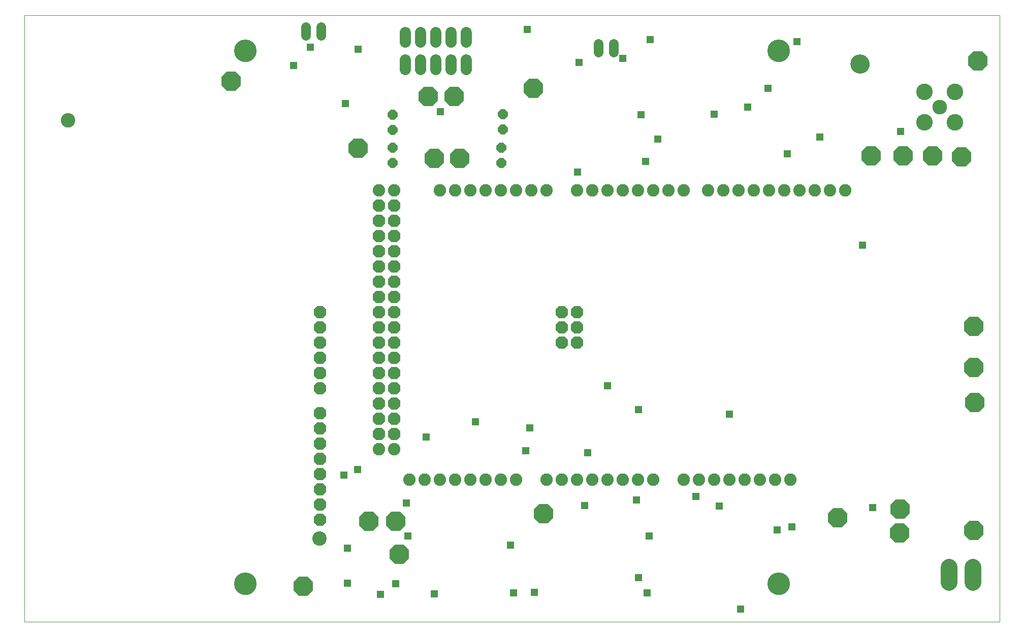
<source format=gbs>
G75*
%MOIN*%
%OFA0B0*%
%FSLAX25Y25*%
%IPPOS*%
%LPD*%
%AMOC8*
5,1,8,0,0,1.08239X$1,22.5*
%
%ADD10C,0.00000*%
%ADD11C,0.14800*%
%ADD12C,0.10839*%
%ADD13OC8,0.12800*%
%ADD14C,0.08200*%
%ADD15OC8,0.08200*%
%ADD16C,0.09461*%
%ADD17C,0.12611*%
%ADD18C,0.09650*%
%ADD19C,0.10850*%
%ADD20OC8,0.06400*%
%ADD21C,0.06400*%
%ADD22C,0.07200*%
%ADD23R,0.04762X0.04762*%
D10*
X0006800Y0006896D02*
X0006800Y0405396D01*
X0646800Y0405396D01*
X0646800Y0006896D01*
X0006800Y0006896D01*
X0144800Y0031896D02*
X0144802Y0032068D01*
X0144808Y0032239D01*
X0144819Y0032411D01*
X0144834Y0032582D01*
X0144853Y0032753D01*
X0144876Y0032923D01*
X0144903Y0033093D01*
X0144935Y0033262D01*
X0144970Y0033430D01*
X0145010Y0033597D01*
X0145054Y0033763D01*
X0145101Y0033928D01*
X0145153Y0034092D01*
X0145209Y0034254D01*
X0145269Y0034415D01*
X0145333Y0034575D01*
X0145401Y0034733D01*
X0145472Y0034889D01*
X0145547Y0035043D01*
X0145627Y0035196D01*
X0145709Y0035346D01*
X0145796Y0035495D01*
X0145886Y0035641D01*
X0145980Y0035785D01*
X0146077Y0035927D01*
X0146178Y0036066D01*
X0146282Y0036203D01*
X0146389Y0036337D01*
X0146500Y0036468D01*
X0146613Y0036597D01*
X0146730Y0036723D01*
X0146850Y0036846D01*
X0146973Y0036966D01*
X0147099Y0037083D01*
X0147228Y0037196D01*
X0147359Y0037307D01*
X0147493Y0037414D01*
X0147630Y0037518D01*
X0147769Y0037619D01*
X0147911Y0037716D01*
X0148055Y0037810D01*
X0148201Y0037900D01*
X0148350Y0037987D01*
X0148500Y0038069D01*
X0148653Y0038149D01*
X0148807Y0038224D01*
X0148963Y0038295D01*
X0149121Y0038363D01*
X0149281Y0038427D01*
X0149442Y0038487D01*
X0149604Y0038543D01*
X0149768Y0038595D01*
X0149933Y0038642D01*
X0150099Y0038686D01*
X0150266Y0038726D01*
X0150434Y0038761D01*
X0150603Y0038793D01*
X0150773Y0038820D01*
X0150943Y0038843D01*
X0151114Y0038862D01*
X0151285Y0038877D01*
X0151457Y0038888D01*
X0151628Y0038894D01*
X0151800Y0038896D01*
X0151972Y0038894D01*
X0152143Y0038888D01*
X0152315Y0038877D01*
X0152486Y0038862D01*
X0152657Y0038843D01*
X0152827Y0038820D01*
X0152997Y0038793D01*
X0153166Y0038761D01*
X0153334Y0038726D01*
X0153501Y0038686D01*
X0153667Y0038642D01*
X0153832Y0038595D01*
X0153996Y0038543D01*
X0154158Y0038487D01*
X0154319Y0038427D01*
X0154479Y0038363D01*
X0154637Y0038295D01*
X0154793Y0038224D01*
X0154947Y0038149D01*
X0155100Y0038069D01*
X0155250Y0037987D01*
X0155399Y0037900D01*
X0155545Y0037810D01*
X0155689Y0037716D01*
X0155831Y0037619D01*
X0155970Y0037518D01*
X0156107Y0037414D01*
X0156241Y0037307D01*
X0156372Y0037196D01*
X0156501Y0037083D01*
X0156627Y0036966D01*
X0156750Y0036846D01*
X0156870Y0036723D01*
X0156987Y0036597D01*
X0157100Y0036468D01*
X0157211Y0036337D01*
X0157318Y0036203D01*
X0157422Y0036066D01*
X0157523Y0035927D01*
X0157620Y0035785D01*
X0157714Y0035641D01*
X0157804Y0035495D01*
X0157891Y0035346D01*
X0157973Y0035196D01*
X0158053Y0035043D01*
X0158128Y0034889D01*
X0158199Y0034733D01*
X0158267Y0034575D01*
X0158331Y0034415D01*
X0158391Y0034254D01*
X0158447Y0034092D01*
X0158499Y0033928D01*
X0158546Y0033763D01*
X0158590Y0033597D01*
X0158630Y0033430D01*
X0158665Y0033262D01*
X0158697Y0033093D01*
X0158724Y0032923D01*
X0158747Y0032753D01*
X0158766Y0032582D01*
X0158781Y0032411D01*
X0158792Y0032239D01*
X0158798Y0032068D01*
X0158800Y0031896D01*
X0158798Y0031724D01*
X0158792Y0031553D01*
X0158781Y0031381D01*
X0158766Y0031210D01*
X0158747Y0031039D01*
X0158724Y0030869D01*
X0158697Y0030699D01*
X0158665Y0030530D01*
X0158630Y0030362D01*
X0158590Y0030195D01*
X0158546Y0030029D01*
X0158499Y0029864D01*
X0158447Y0029700D01*
X0158391Y0029538D01*
X0158331Y0029377D01*
X0158267Y0029217D01*
X0158199Y0029059D01*
X0158128Y0028903D01*
X0158053Y0028749D01*
X0157973Y0028596D01*
X0157891Y0028446D01*
X0157804Y0028297D01*
X0157714Y0028151D01*
X0157620Y0028007D01*
X0157523Y0027865D01*
X0157422Y0027726D01*
X0157318Y0027589D01*
X0157211Y0027455D01*
X0157100Y0027324D01*
X0156987Y0027195D01*
X0156870Y0027069D01*
X0156750Y0026946D01*
X0156627Y0026826D01*
X0156501Y0026709D01*
X0156372Y0026596D01*
X0156241Y0026485D01*
X0156107Y0026378D01*
X0155970Y0026274D01*
X0155831Y0026173D01*
X0155689Y0026076D01*
X0155545Y0025982D01*
X0155399Y0025892D01*
X0155250Y0025805D01*
X0155100Y0025723D01*
X0154947Y0025643D01*
X0154793Y0025568D01*
X0154637Y0025497D01*
X0154479Y0025429D01*
X0154319Y0025365D01*
X0154158Y0025305D01*
X0153996Y0025249D01*
X0153832Y0025197D01*
X0153667Y0025150D01*
X0153501Y0025106D01*
X0153334Y0025066D01*
X0153166Y0025031D01*
X0152997Y0024999D01*
X0152827Y0024972D01*
X0152657Y0024949D01*
X0152486Y0024930D01*
X0152315Y0024915D01*
X0152143Y0024904D01*
X0151972Y0024898D01*
X0151800Y0024896D01*
X0151628Y0024898D01*
X0151457Y0024904D01*
X0151285Y0024915D01*
X0151114Y0024930D01*
X0150943Y0024949D01*
X0150773Y0024972D01*
X0150603Y0024999D01*
X0150434Y0025031D01*
X0150266Y0025066D01*
X0150099Y0025106D01*
X0149933Y0025150D01*
X0149768Y0025197D01*
X0149604Y0025249D01*
X0149442Y0025305D01*
X0149281Y0025365D01*
X0149121Y0025429D01*
X0148963Y0025497D01*
X0148807Y0025568D01*
X0148653Y0025643D01*
X0148500Y0025723D01*
X0148350Y0025805D01*
X0148201Y0025892D01*
X0148055Y0025982D01*
X0147911Y0026076D01*
X0147769Y0026173D01*
X0147630Y0026274D01*
X0147493Y0026378D01*
X0147359Y0026485D01*
X0147228Y0026596D01*
X0147099Y0026709D01*
X0146973Y0026826D01*
X0146850Y0026946D01*
X0146730Y0027069D01*
X0146613Y0027195D01*
X0146500Y0027324D01*
X0146389Y0027455D01*
X0146282Y0027589D01*
X0146178Y0027726D01*
X0146077Y0027865D01*
X0145980Y0028007D01*
X0145886Y0028151D01*
X0145796Y0028297D01*
X0145709Y0028446D01*
X0145627Y0028596D01*
X0145547Y0028749D01*
X0145472Y0028903D01*
X0145401Y0029059D01*
X0145333Y0029217D01*
X0145269Y0029377D01*
X0145209Y0029538D01*
X0145153Y0029700D01*
X0145101Y0029864D01*
X0145054Y0030029D01*
X0145010Y0030195D01*
X0144970Y0030362D01*
X0144935Y0030530D01*
X0144903Y0030699D01*
X0144876Y0030869D01*
X0144853Y0031039D01*
X0144834Y0031210D01*
X0144819Y0031381D01*
X0144808Y0031553D01*
X0144802Y0031724D01*
X0144800Y0031896D01*
X0195989Y0061739D02*
X0195991Y0061870D01*
X0195997Y0062002D01*
X0196007Y0062133D01*
X0196021Y0062264D01*
X0196039Y0062394D01*
X0196061Y0062523D01*
X0196086Y0062652D01*
X0196116Y0062780D01*
X0196150Y0062907D01*
X0196187Y0063034D01*
X0196228Y0063158D01*
X0196273Y0063282D01*
X0196322Y0063404D01*
X0196374Y0063525D01*
X0196430Y0063643D01*
X0196490Y0063761D01*
X0196553Y0063876D01*
X0196620Y0063989D01*
X0196690Y0064101D01*
X0196763Y0064210D01*
X0196839Y0064316D01*
X0196919Y0064421D01*
X0197002Y0064523D01*
X0197088Y0064622D01*
X0197177Y0064719D01*
X0197269Y0064813D01*
X0197364Y0064904D01*
X0197461Y0064993D01*
X0197561Y0065078D01*
X0197664Y0065160D01*
X0197769Y0065239D01*
X0197876Y0065315D01*
X0197986Y0065387D01*
X0198098Y0065456D01*
X0198212Y0065522D01*
X0198327Y0065584D01*
X0198445Y0065643D01*
X0198564Y0065698D01*
X0198685Y0065750D01*
X0198808Y0065797D01*
X0198932Y0065841D01*
X0199057Y0065882D01*
X0199183Y0065918D01*
X0199311Y0065951D01*
X0199439Y0065979D01*
X0199568Y0066004D01*
X0199698Y0066025D01*
X0199828Y0066042D01*
X0199959Y0066055D01*
X0200090Y0066064D01*
X0200221Y0066069D01*
X0200353Y0066070D01*
X0200484Y0066067D01*
X0200616Y0066060D01*
X0200747Y0066049D01*
X0200877Y0066034D01*
X0201007Y0066015D01*
X0201137Y0065992D01*
X0201265Y0065966D01*
X0201393Y0065935D01*
X0201520Y0065900D01*
X0201646Y0065862D01*
X0201770Y0065820D01*
X0201894Y0065774D01*
X0202015Y0065724D01*
X0202135Y0065671D01*
X0202254Y0065614D01*
X0202371Y0065554D01*
X0202485Y0065490D01*
X0202598Y0065422D01*
X0202709Y0065351D01*
X0202818Y0065277D01*
X0202924Y0065200D01*
X0203028Y0065119D01*
X0203129Y0065036D01*
X0203228Y0064949D01*
X0203324Y0064859D01*
X0203417Y0064766D01*
X0203508Y0064671D01*
X0203595Y0064573D01*
X0203680Y0064472D01*
X0203761Y0064369D01*
X0203839Y0064263D01*
X0203914Y0064155D01*
X0203986Y0064045D01*
X0204054Y0063933D01*
X0204119Y0063819D01*
X0204180Y0063702D01*
X0204238Y0063584D01*
X0204292Y0063464D01*
X0204343Y0063343D01*
X0204390Y0063220D01*
X0204433Y0063096D01*
X0204472Y0062971D01*
X0204508Y0062844D01*
X0204539Y0062716D01*
X0204567Y0062588D01*
X0204591Y0062459D01*
X0204611Y0062329D01*
X0204627Y0062198D01*
X0204639Y0062067D01*
X0204647Y0061936D01*
X0204651Y0061805D01*
X0204651Y0061673D01*
X0204647Y0061542D01*
X0204639Y0061411D01*
X0204627Y0061280D01*
X0204611Y0061149D01*
X0204591Y0061019D01*
X0204567Y0060890D01*
X0204539Y0060762D01*
X0204508Y0060634D01*
X0204472Y0060507D01*
X0204433Y0060382D01*
X0204390Y0060258D01*
X0204343Y0060135D01*
X0204292Y0060014D01*
X0204238Y0059894D01*
X0204180Y0059776D01*
X0204119Y0059659D01*
X0204054Y0059545D01*
X0203986Y0059433D01*
X0203914Y0059323D01*
X0203839Y0059215D01*
X0203761Y0059109D01*
X0203680Y0059006D01*
X0203595Y0058905D01*
X0203508Y0058807D01*
X0203417Y0058712D01*
X0203324Y0058619D01*
X0203228Y0058529D01*
X0203129Y0058442D01*
X0203028Y0058359D01*
X0202924Y0058278D01*
X0202818Y0058201D01*
X0202709Y0058127D01*
X0202598Y0058056D01*
X0202486Y0057988D01*
X0202371Y0057924D01*
X0202254Y0057864D01*
X0202135Y0057807D01*
X0202015Y0057754D01*
X0201894Y0057704D01*
X0201770Y0057658D01*
X0201646Y0057616D01*
X0201520Y0057578D01*
X0201393Y0057543D01*
X0201265Y0057512D01*
X0201137Y0057486D01*
X0201007Y0057463D01*
X0200877Y0057444D01*
X0200747Y0057429D01*
X0200616Y0057418D01*
X0200484Y0057411D01*
X0200353Y0057408D01*
X0200221Y0057409D01*
X0200090Y0057414D01*
X0199959Y0057423D01*
X0199828Y0057436D01*
X0199698Y0057453D01*
X0199568Y0057474D01*
X0199439Y0057499D01*
X0199311Y0057527D01*
X0199183Y0057560D01*
X0199057Y0057596D01*
X0198932Y0057637D01*
X0198808Y0057681D01*
X0198685Y0057728D01*
X0198564Y0057780D01*
X0198445Y0057835D01*
X0198327Y0057894D01*
X0198212Y0057956D01*
X0198098Y0058022D01*
X0197986Y0058091D01*
X0197876Y0058163D01*
X0197769Y0058239D01*
X0197664Y0058318D01*
X0197561Y0058400D01*
X0197461Y0058485D01*
X0197364Y0058574D01*
X0197269Y0058665D01*
X0197177Y0058759D01*
X0197088Y0058856D01*
X0197002Y0058955D01*
X0196919Y0059057D01*
X0196839Y0059162D01*
X0196763Y0059268D01*
X0196690Y0059377D01*
X0196620Y0059489D01*
X0196553Y0059602D01*
X0196490Y0059717D01*
X0196430Y0059835D01*
X0196374Y0059953D01*
X0196322Y0060074D01*
X0196273Y0060196D01*
X0196228Y0060320D01*
X0196187Y0060444D01*
X0196150Y0060571D01*
X0196116Y0060698D01*
X0196086Y0060826D01*
X0196061Y0060955D01*
X0196039Y0061084D01*
X0196021Y0061214D01*
X0196007Y0061345D01*
X0195997Y0061476D01*
X0195991Y0061608D01*
X0195989Y0061739D01*
X0494800Y0031896D02*
X0494802Y0032068D01*
X0494808Y0032239D01*
X0494819Y0032411D01*
X0494834Y0032582D01*
X0494853Y0032753D01*
X0494876Y0032923D01*
X0494903Y0033093D01*
X0494935Y0033262D01*
X0494970Y0033430D01*
X0495010Y0033597D01*
X0495054Y0033763D01*
X0495101Y0033928D01*
X0495153Y0034092D01*
X0495209Y0034254D01*
X0495269Y0034415D01*
X0495333Y0034575D01*
X0495401Y0034733D01*
X0495472Y0034889D01*
X0495547Y0035043D01*
X0495627Y0035196D01*
X0495709Y0035346D01*
X0495796Y0035495D01*
X0495886Y0035641D01*
X0495980Y0035785D01*
X0496077Y0035927D01*
X0496178Y0036066D01*
X0496282Y0036203D01*
X0496389Y0036337D01*
X0496500Y0036468D01*
X0496613Y0036597D01*
X0496730Y0036723D01*
X0496850Y0036846D01*
X0496973Y0036966D01*
X0497099Y0037083D01*
X0497228Y0037196D01*
X0497359Y0037307D01*
X0497493Y0037414D01*
X0497630Y0037518D01*
X0497769Y0037619D01*
X0497911Y0037716D01*
X0498055Y0037810D01*
X0498201Y0037900D01*
X0498350Y0037987D01*
X0498500Y0038069D01*
X0498653Y0038149D01*
X0498807Y0038224D01*
X0498963Y0038295D01*
X0499121Y0038363D01*
X0499281Y0038427D01*
X0499442Y0038487D01*
X0499604Y0038543D01*
X0499768Y0038595D01*
X0499933Y0038642D01*
X0500099Y0038686D01*
X0500266Y0038726D01*
X0500434Y0038761D01*
X0500603Y0038793D01*
X0500773Y0038820D01*
X0500943Y0038843D01*
X0501114Y0038862D01*
X0501285Y0038877D01*
X0501457Y0038888D01*
X0501628Y0038894D01*
X0501800Y0038896D01*
X0501972Y0038894D01*
X0502143Y0038888D01*
X0502315Y0038877D01*
X0502486Y0038862D01*
X0502657Y0038843D01*
X0502827Y0038820D01*
X0502997Y0038793D01*
X0503166Y0038761D01*
X0503334Y0038726D01*
X0503501Y0038686D01*
X0503667Y0038642D01*
X0503832Y0038595D01*
X0503996Y0038543D01*
X0504158Y0038487D01*
X0504319Y0038427D01*
X0504479Y0038363D01*
X0504637Y0038295D01*
X0504793Y0038224D01*
X0504947Y0038149D01*
X0505100Y0038069D01*
X0505250Y0037987D01*
X0505399Y0037900D01*
X0505545Y0037810D01*
X0505689Y0037716D01*
X0505831Y0037619D01*
X0505970Y0037518D01*
X0506107Y0037414D01*
X0506241Y0037307D01*
X0506372Y0037196D01*
X0506501Y0037083D01*
X0506627Y0036966D01*
X0506750Y0036846D01*
X0506870Y0036723D01*
X0506987Y0036597D01*
X0507100Y0036468D01*
X0507211Y0036337D01*
X0507318Y0036203D01*
X0507422Y0036066D01*
X0507523Y0035927D01*
X0507620Y0035785D01*
X0507714Y0035641D01*
X0507804Y0035495D01*
X0507891Y0035346D01*
X0507973Y0035196D01*
X0508053Y0035043D01*
X0508128Y0034889D01*
X0508199Y0034733D01*
X0508267Y0034575D01*
X0508331Y0034415D01*
X0508391Y0034254D01*
X0508447Y0034092D01*
X0508499Y0033928D01*
X0508546Y0033763D01*
X0508590Y0033597D01*
X0508630Y0033430D01*
X0508665Y0033262D01*
X0508697Y0033093D01*
X0508724Y0032923D01*
X0508747Y0032753D01*
X0508766Y0032582D01*
X0508781Y0032411D01*
X0508792Y0032239D01*
X0508798Y0032068D01*
X0508800Y0031896D01*
X0508798Y0031724D01*
X0508792Y0031553D01*
X0508781Y0031381D01*
X0508766Y0031210D01*
X0508747Y0031039D01*
X0508724Y0030869D01*
X0508697Y0030699D01*
X0508665Y0030530D01*
X0508630Y0030362D01*
X0508590Y0030195D01*
X0508546Y0030029D01*
X0508499Y0029864D01*
X0508447Y0029700D01*
X0508391Y0029538D01*
X0508331Y0029377D01*
X0508267Y0029217D01*
X0508199Y0029059D01*
X0508128Y0028903D01*
X0508053Y0028749D01*
X0507973Y0028596D01*
X0507891Y0028446D01*
X0507804Y0028297D01*
X0507714Y0028151D01*
X0507620Y0028007D01*
X0507523Y0027865D01*
X0507422Y0027726D01*
X0507318Y0027589D01*
X0507211Y0027455D01*
X0507100Y0027324D01*
X0506987Y0027195D01*
X0506870Y0027069D01*
X0506750Y0026946D01*
X0506627Y0026826D01*
X0506501Y0026709D01*
X0506372Y0026596D01*
X0506241Y0026485D01*
X0506107Y0026378D01*
X0505970Y0026274D01*
X0505831Y0026173D01*
X0505689Y0026076D01*
X0505545Y0025982D01*
X0505399Y0025892D01*
X0505250Y0025805D01*
X0505100Y0025723D01*
X0504947Y0025643D01*
X0504793Y0025568D01*
X0504637Y0025497D01*
X0504479Y0025429D01*
X0504319Y0025365D01*
X0504158Y0025305D01*
X0503996Y0025249D01*
X0503832Y0025197D01*
X0503667Y0025150D01*
X0503501Y0025106D01*
X0503334Y0025066D01*
X0503166Y0025031D01*
X0502997Y0024999D01*
X0502827Y0024972D01*
X0502657Y0024949D01*
X0502486Y0024930D01*
X0502315Y0024915D01*
X0502143Y0024904D01*
X0501972Y0024898D01*
X0501800Y0024896D01*
X0501628Y0024898D01*
X0501457Y0024904D01*
X0501285Y0024915D01*
X0501114Y0024930D01*
X0500943Y0024949D01*
X0500773Y0024972D01*
X0500603Y0024999D01*
X0500434Y0025031D01*
X0500266Y0025066D01*
X0500099Y0025106D01*
X0499933Y0025150D01*
X0499768Y0025197D01*
X0499604Y0025249D01*
X0499442Y0025305D01*
X0499281Y0025365D01*
X0499121Y0025429D01*
X0498963Y0025497D01*
X0498807Y0025568D01*
X0498653Y0025643D01*
X0498500Y0025723D01*
X0498350Y0025805D01*
X0498201Y0025892D01*
X0498055Y0025982D01*
X0497911Y0026076D01*
X0497769Y0026173D01*
X0497630Y0026274D01*
X0497493Y0026378D01*
X0497359Y0026485D01*
X0497228Y0026596D01*
X0497099Y0026709D01*
X0496973Y0026826D01*
X0496850Y0026946D01*
X0496730Y0027069D01*
X0496613Y0027195D01*
X0496500Y0027324D01*
X0496389Y0027455D01*
X0496282Y0027589D01*
X0496178Y0027726D01*
X0496077Y0027865D01*
X0495980Y0028007D01*
X0495886Y0028151D01*
X0495796Y0028297D01*
X0495709Y0028446D01*
X0495627Y0028596D01*
X0495547Y0028749D01*
X0495472Y0028903D01*
X0495401Y0029059D01*
X0495333Y0029217D01*
X0495269Y0029377D01*
X0495209Y0029538D01*
X0495153Y0029700D01*
X0495101Y0029864D01*
X0495054Y0030029D01*
X0495010Y0030195D01*
X0494970Y0030362D01*
X0494935Y0030530D01*
X0494903Y0030699D01*
X0494876Y0030869D01*
X0494853Y0031039D01*
X0494834Y0031210D01*
X0494819Y0031381D01*
X0494808Y0031553D01*
X0494802Y0031724D01*
X0494800Y0031896D01*
X0031028Y0336148D02*
X0031030Y0336279D01*
X0031036Y0336411D01*
X0031046Y0336542D01*
X0031060Y0336673D01*
X0031078Y0336803D01*
X0031100Y0336932D01*
X0031125Y0337061D01*
X0031155Y0337189D01*
X0031189Y0337316D01*
X0031226Y0337443D01*
X0031267Y0337567D01*
X0031312Y0337691D01*
X0031361Y0337813D01*
X0031413Y0337934D01*
X0031469Y0338052D01*
X0031529Y0338170D01*
X0031592Y0338285D01*
X0031659Y0338398D01*
X0031729Y0338510D01*
X0031802Y0338619D01*
X0031878Y0338725D01*
X0031958Y0338830D01*
X0032041Y0338932D01*
X0032127Y0339031D01*
X0032216Y0339128D01*
X0032308Y0339222D01*
X0032403Y0339313D01*
X0032500Y0339402D01*
X0032600Y0339487D01*
X0032703Y0339569D01*
X0032808Y0339648D01*
X0032915Y0339724D01*
X0033025Y0339796D01*
X0033137Y0339865D01*
X0033251Y0339931D01*
X0033366Y0339993D01*
X0033484Y0340052D01*
X0033603Y0340107D01*
X0033724Y0340159D01*
X0033847Y0340206D01*
X0033971Y0340250D01*
X0034096Y0340291D01*
X0034222Y0340327D01*
X0034350Y0340360D01*
X0034478Y0340388D01*
X0034607Y0340413D01*
X0034737Y0340434D01*
X0034867Y0340451D01*
X0034998Y0340464D01*
X0035129Y0340473D01*
X0035260Y0340478D01*
X0035392Y0340479D01*
X0035523Y0340476D01*
X0035655Y0340469D01*
X0035786Y0340458D01*
X0035916Y0340443D01*
X0036046Y0340424D01*
X0036176Y0340401D01*
X0036304Y0340375D01*
X0036432Y0340344D01*
X0036559Y0340309D01*
X0036685Y0340271D01*
X0036809Y0340229D01*
X0036933Y0340183D01*
X0037054Y0340133D01*
X0037174Y0340080D01*
X0037293Y0340023D01*
X0037410Y0339963D01*
X0037524Y0339899D01*
X0037637Y0339831D01*
X0037748Y0339760D01*
X0037857Y0339686D01*
X0037963Y0339609D01*
X0038067Y0339528D01*
X0038168Y0339445D01*
X0038267Y0339358D01*
X0038363Y0339268D01*
X0038456Y0339175D01*
X0038547Y0339080D01*
X0038634Y0338982D01*
X0038719Y0338881D01*
X0038800Y0338778D01*
X0038878Y0338672D01*
X0038953Y0338564D01*
X0039025Y0338454D01*
X0039093Y0338342D01*
X0039158Y0338228D01*
X0039219Y0338111D01*
X0039277Y0337993D01*
X0039331Y0337873D01*
X0039382Y0337752D01*
X0039429Y0337629D01*
X0039472Y0337505D01*
X0039511Y0337380D01*
X0039547Y0337253D01*
X0039578Y0337125D01*
X0039606Y0336997D01*
X0039630Y0336868D01*
X0039650Y0336738D01*
X0039666Y0336607D01*
X0039678Y0336476D01*
X0039686Y0336345D01*
X0039690Y0336214D01*
X0039690Y0336082D01*
X0039686Y0335951D01*
X0039678Y0335820D01*
X0039666Y0335689D01*
X0039650Y0335558D01*
X0039630Y0335428D01*
X0039606Y0335299D01*
X0039578Y0335171D01*
X0039547Y0335043D01*
X0039511Y0334916D01*
X0039472Y0334791D01*
X0039429Y0334667D01*
X0039382Y0334544D01*
X0039331Y0334423D01*
X0039277Y0334303D01*
X0039219Y0334185D01*
X0039158Y0334068D01*
X0039093Y0333954D01*
X0039025Y0333842D01*
X0038953Y0333732D01*
X0038878Y0333624D01*
X0038800Y0333518D01*
X0038719Y0333415D01*
X0038634Y0333314D01*
X0038547Y0333216D01*
X0038456Y0333121D01*
X0038363Y0333028D01*
X0038267Y0332938D01*
X0038168Y0332851D01*
X0038067Y0332768D01*
X0037963Y0332687D01*
X0037857Y0332610D01*
X0037748Y0332536D01*
X0037637Y0332465D01*
X0037525Y0332397D01*
X0037410Y0332333D01*
X0037293Y0332273D01*
X0037174Y0332216D01*
X0037054Y0332163D01*
X0036933Y0332113D01*
X0036809Y0332067D01*
X0036685Y0332025D01*
X0036559Y0331987D01*
X0036432Y0331952D01*
X0036304Y0331921D01*
X0036176Y0331895D01*
X0036046Y0331872D01*
X0035916Y0331853D01*
X0035786Y0331838D01*
X0035655Y0331827D01*
X0035523Y0331820D01*
X0035392Y0331817D01*
X0035260Y0331818D01*
X0035129Y0331823D01*
X0034998Y0331832D01*
X0034867Y0331845D01*
X0034737Y0331862D01*
X0034607Y0331883D01*
X0034478Y0331908D01*
X0034350Y0331936D01*
X0034222Y0331969D01*
X0034096Y0332005D01*
X0033971Y0332046D01*
X0033847Y0332090D01*
X0033724Y0332137D01*
X0033603Y0332189D01*
X0033484Y0332244D01*
X0033366Y0332303D01*
X0033251Y0332365D01*
X0033137Y0332431D01*
X0033025Y0332500D01*
X0032915Y0332572D01*
X0032808Y0332648D01*
X0032703Y0332727D01*
X0032600Y0332809D01*
X0032500Y0332894D01*
X0032403Y0332983D01*
X0032308Y0333074D01*
X0032216Y0333168D01*
X0032127Y0333265D01*
X0032041Y0333364D01*
X0031958Y0333466D01*
X0031878Y0333571D01*
X0031802Y0333677D01*
X0031729Y0333786D01*
X0031659Y0333898D01*
X0031592Y0334011D01*
X0031529Y0334126D01*
X0031469Y0334244D01*
X0031413Y0334362D01*
X0031361Y0334483D01*
X0031312Y0334605D01*
X0031267Y0334729D01*
X0031226Y0334853D01*
X0031189Y0334980D01*
X0031155Y0335107D01*
X0031125Y0335235D01*
X0031100Y0335364D01*
X0031078Y0335493D01*
X0031060Y0335623D01*
X0031046Y0335754D01*
X0031036Y0335885D01*
X0031030Y0336017D01*
X0031028Y0336148D01*
X0144800Y0381896D02*
X0144802Y0382068D01*
X0144808Y0382239D01*
X0144819Y0382411D01*
X0144834Y0382582D01*
X0144853Y0382753D01*
X0144876Y0382923D01*
X0144903Y0383093D01*
X0144935Y0383262D01*
X0144970Y0383430D01*
X0145010Y0383597D01*
X0145054Y0383763D01*
X0145101Y0383928D01*
X0145153Y0384092D01*
X0145209Y0384254D01*
X0145269Y0384415D01*
X0145333Y0384575D01*
X0145401Y0384733D01*
X0145472Y0384889D01*
X0145547Y0385043D01*
X0145627Y0385196D01*
X0145709Y0385346D01*
X0145796Y0385495D01*
X0145886Y0385641D01*
X0145980Y0385785D01*
X0146077Y0385927D01*
X0146178Y0386066D01*
X0146282Y0386203D01*
X0146389Y0386337D01*
X0146500Y0386468D01*
X0146613Y0386597D01*
X0146730Y0386723D01*
X0146850Y0386846D01*
X0146973Y0386966D01*
X0147099Y0387083D01*
X0147228Y0387196D01*
X0147359Y0387307D01*
X0147493Y0387414D01*
X0147630Y0387518D01*
X0147769Y0387619D01*
X0147911Y0387716D01*
X0148055Y0387810D01*
X0148201Y0387900D01*
X0148350Y0387987D01*
X0148500Y0388069D01*
X0148653Y0388149D01*
X0148807Y0388224D01*
X0148963Y0388295D01*
X0149121Y0388363D01*
X0149281Y0388427D01*
X0149442Y0388487D01*
X0149604Y0388543D01*
X0149768Y0388595D01*
X0149933Y0388642D01*
X0150099Y0388686D01*
X0150266Y0388726D01*
X0150434Y0388761D01*
X0150603Y0388793D01*
X0150773Y0388820D01*
X0150943Y0388843D01*
X0151114Y0388862D01*
X0151285Y0388877D01*
X0151457Y0388888D01*
X0151628Y0388894D01*
X0151800Y0388896D01*
X0151972Y0388894D01*
X0152143Y0388888D01*
X0152315Y0388877D01*
X0152486Y0388862D01*
X0152657Y0388843D01*
X0152827Y0388820D01*
X0152997Y0388793D01*
X0153166Y0388761D01*
X0153334Y0388726D01*
X0153501Y0388686D01*
X0153667Y0388642D01*
X0153832Y0388595D01*
X0153996Y0388543D01*
X0154158Y0388487D01*
X0154319Y0388427D01*
X0154479Y0388363D01*
X0154637Y0388295D01*
X0154793Y0388224D01*
X0154947Y0388149D01*
X0155100Y0388069D01*
X0155250Y0387987D01*
X0155399Y0387900D01*
X0155545Y0387810D01*
X0155689Y0387716D01*
X0155831Y0387619D01*
X0155970Y0387518D01*
X0156107Y0387414D01*
X0156241Y0387307D01*
X0156372Y0387196D01*
X0156501Y0387083D01*
X0156627Y0386966D01*
X0156750Y0386846D01*
X0156870Y0386723D01*
X0156987Y0386597D01*
X0157100Y0386468D01*
X0157211Y0386337D01*
X0157318Y0386203D01*
X0157422Y0386066D01*
X0157523Y0385927D01*
X0157620Y0385785D01*
X0157714Y0385641D01*
X0157804Y0385495D01*
X0157891Y0385346D01*
X0157973Y0385196D01*
X0158053Y0385043D01*
X0158128Y0384889D01*
X0158199Y0384733D01*
X0158267Y0384575D01*
X0158331Y0384415D01*
X0158391Y0384254D01*
X0158447Y0384092D01*
X0158499Y0383928D01*
X0158546Y0383763D01*
X0158590Y0383597D01*
X0158630Y0383430D01*
X0158665Y0383262D01*
X0158697Y0383093D01*
X0158724Y0382923D01*
X0158747Y0382753D01*
X0158766Y0382582D01*
X0158781Y0382411D01*
X0158792Y0382239D01*
X0158798Y0382068D01*
X0158800Y0381896D01*
X0158798Y0381724D01*
X0158792Y0381553D01*
X0158781Y0381381D01*
X0158766Y0381210D01*
X0158747Y0381039D01*
X0158724Y0380869D01*
X0158697Y0380699D01*
X0158665Y0380530D01*
X0158630Y0380362D01*
X0158590Y0380195D01*
X0158546Y0380029D01*
X0158499Y0379864D01*
X0158447Y0379700D01*
X0158391Y0379538D01*
X0158331Y0379377D01*
X0158267Y0379217D01*
X0158199Y0379059D01*
X0158128Y0378903D01*
X0158053Y0378749D01*
X0157973Y0378596D01*
X0157891Y0378446D01*
X0157804Y0378297D01*
X0157714Y0378151D01*
X0157620Y0378007D01*
X0157523Y0377865D01*
X0157422Y0377726D01*
X0157318Y0377589D01*
X0157211Y0377455D01*
X0157100Y0377324D01*
X0156987Y0377195D01*
X0156870Y0377069D01*
X0156750Y0376946D01*
X0156627Y0376826D01*
X0156501Y0376709D01*
X0156372Y0376596D01*
X0156241Y0376485D01*
X0156107Y0376378D01*
X0155970Y0376274D01*
X0155831Y0376173D01*
X0155689Y0376076D01*
X0155545Y0375982D01*
X0155399Y0375892D01*
X0155250Y0375805D01*
X0155100Y0375723D01*
X0154947Y0375643D01*
X0154793Y0375568D01*
X0154637Y0375497D01*
X0154479Y0375429D01*
X0154319Y0375365D01*
X0154158Y0375305D01*
X0153996Y0375249D01*
X0153832Y0375197D01*
X0153667Y0375150D01*
X0153501Y0375106D01*
X0153334Y0375066D01*
X0153166Y0375031D01*
X0152997Y0374999D01*
X0152827Y0374972D01*
X0152657Y0374949D01*
X0152486Y0374930D01*
X0152315Y0374915D01*
X0152143Y0374904D01*
X0151972Y0374898D01*
X0151800Y0374896D01*
X0151628Y0374898D01*
X0151457Y0374904D01*
X0151285Y0374915D01*
X0151114Y0374930D01*
X0150943Y0374949D01*
X0150773Y0374972D01*
X0150603Y0374999D01*
X0150434Y0375031D01*
X0150266Y0375066D01*
X0150099Y0375106D01*
X0149933Y0375150D01*
X0149768Y0375197D01*
X0149604Y0375249D01*
X0149442Y0375305D01*
X0149281Y0375365D01*
X0149121Y0375429D01*
X0148963Y0375497D01*
X0148807Y0375568D01*
X0148653Y0375643D01*
X0148500Y0375723D01*
X0148350Y0375805D01*
X0148201Y0375892D01*
X0148055Y0375982D01*
X0147911Y0376076D01*
X0147769Y0376173D01*
X0147630Y0376274D01*
X0147493Y0376378D01*
X0147359Y0376485D01*
X0147228Y0376596D01*
X0147099Y0376709D01*
X0146973Y0376826D01*
X0146850Y0376946D01*
X0146730Y0377069D01*
X0146613Y0377195D01*
X0146500Y0377324D01*
X0146389Y0377455D01*
X0146282Y0377589D01*
X0146178Y0377726D01*
X0146077Y0377865D01*
X0145980Y0378007D01*
X0145886Y0378151D01*
X0145796Y0378297D01*
X0145709Y0378446D01*
X0145627Y0378596D01*
X0145547Y0378749D01*
X0145472Y0378903D01*
X0145401Y0379059D01*
X0145333Y0379217D01*
X0145269Y0379377D01*
X0145209Y0379538D01*
X0145153Y0379700D01*
X0145101Y0379864D01*
X0145054Y0380029D01*
X0145010Y0380195D01*
X0144970Y0380362D01*
X0144935Y0380530D01*
X0144903Y0380699D01*
X0144876Y0380869D01*
X0144853Y0381039D01*
X0144834Y0381210D01*
X0144819Y0381381D01*
X0144808Y0381553D01*
X0144802Y0381724D01*
X0144800Y0381896D01*
X0494800Y0381896D02*
X0494802Y0382068D01*
X0494808Y0382239D01*
X0494819Y0382411D01*
X0494834Y0382582D01*
X0494853Y0382753D01*
X0494876Y0382923D01*
X0494903Y0383093D01*
X0494935Y0383262D01*
X0494970Y0383430D01*
X0495010Y0383597D01*
X0495054Y0383763D01*
X0495101Y0383928D01*
X0495153Y0384092D01*
X0495209Y0384254D01*
X0495269Y0384415D01*
X0495333Y0384575D01*
X0495401Y0384733D01*
X0495472Y0384889D01*
X0495547Y0385043D01*
X0495627Y0385196D01*
X0495709Y0385346D01*
X0495796Y0385495D01*
X0495886Y0385641D01*
X0495980Y0385785D01*
X0496077Y0385927D01*
X0496178Y0386066D01*
X0496282Y0386203D01*
X0496389Y0386337D01*
X0496500Y0386468D01*
X0496613Y0386597D01*
X0496730Y0386723D01*
X0496850Y0386846D01*
X0496973Y0386966D01*
X0497099Y0387083D01*
X0497228Y0387196D01*
X0497359Y0387307D01*
X0497493Y0387414D01*
X0497630Y0387518D01*
X0497769Y0387619D01*
X0497911Y0387716D01*
X0498055Y0387810D01*
X0498201Y0387900D01*
X0498350Y0387987D01*
X0498500Y0388069D01*
X0498653Y0388149D01*
X0498807Y0388224D01*
X0498963Y0388295D01*
X0499121Y0388363D01*
X0499281Y0388427D01*
X0499442Y0388487D01*
X0499604Y0388543D01*
X0499768Y0388595D01*
X0499933Y0388642D01*
X0500099Y0388686D01*
X0500266Y0388726D01*
X0500434Y0388761D01*
X0500603Y0388793D01*
X0500773Y0388820D01*
X0500943Y0388843D01*
X0501114Y0388862D01*
X0501285Y0388877D01*
X0501457Y0388888D01*
X0501628Y0388894D01*
X0501800Y0388896D01*
X0501972Y0388894D01*
X0502143Y0388888D01*
X0502315Y0388877D01*
X0502486Y0388862D01*
X0502657Y0388843D01*
X0502827Y0388820D01*
X0502997Y0388793D01*
X0503166Y0388761D01*
X0503334Y0388726D01*
X0503501Y0388686D01*
X0503667Y0388642D01*
X0503832Y0388595D01*
X0503996Y0388543D01*
X0504158Y0388487D01*
X0504319Y0388427D01*
X0504479Y0388363D01*
X0504637Y0388295D01*
X0504793Y0388224D01*
X0504947Y0388149D01*
X0505100Y0388069D01*
X0505250Y0387987D01*
X0505399Y0387900D01*
X0505545Y0387810D01*
X0505689Y0387716D01*
X0505831Y0387619D01*
X0505970Y0387518D01*
X0506107Y0387414D01*
X0506241Y0387307D01*
X0506372Y0387196D01*
X0506501Y0387083D01*
X0506627Y0386966D01*
X0506750Y0386846D01*
X0506870Y0386723D01*
X0506987Y0386597D01*
X0507100Y0386468D01*
X0507211Y0386337D01*
X0507318Y0386203D01*
X0507422Y0386066D01*
X0507523Y0385927D01*
X0507620Y0385785D01*
X0507714Y0385641D01*
X0507804Y0385495D01*
X0507891Y0385346D01*
X0507973Y0385196D01*
X0508053Y0385043D01*
X0508128Y0384889D01*
X0508199Y0384733D01*
X0508267Y0384575D01*
X0508331Y0384415D01*
X0508391Y0384254D01*
X0508447Y0384092D01*
X0508499Y0383928D01*
X0508546Y0383763D01*
X0508590Y0383597D01*
X0508630Y0383430D01*
X0508665Y0383262D01*
X0508697Y0383093D01*
X0508724Y0382923D01*
X0508747Y0382753D01*
X0508766Y0382582D01*
X0508781Y0382411D01*
X0508792Y0382239D01*
X0508798Y0382068D01*
X0508800Y0381896D01*
X0508798Y0381724D01*
X0508792Y0381553D01*
X0508781Y0381381D01*
X0508766Y0381210D01*
X0508747Y0381039D01*
X0508724Y0380869D01*
X0508697Y0380699D01*
X0508665Y0380530D01*
X0508630Y0380362D01*
X0508590Y0380195D01*
X0508546Y0380029D01*
X0508499Y0379864D01*
X0508447Y0379700D01*
X0508391Y0379538D01*
X0508331Y0379377D01*
X0508267Y0379217D01*
X0508199Y0379059D01*
X0508128Y0378903D01*
X0508053Y0378749D01*
X0507973Y0378596D01*
X0507891Y0378446D01*
X0507804Y0378297D01*
X0507714Y0378151D01*
X0507620Y0378007D01*
X0507523Y0377865D01*
X0507422Y0377726D01*
X0507318Y0377589D01*
X0507211Y0377455D01*
X0507100Y0377324D01*
X0506987Y0377195D01*
X0506870Y0377069D01*
X0506750Y0376946D01*
X0506627Y0376826D01*
X0506501Y0376709D01*
X0506372Y0376596D01*
X0506241Y0376485D01*
X0506107Y0376378D01*
X0505970Y0376274D01*
X0505831Y0376173D01*
X0505689Y0376076D01*
X0505545Y0375982D01*
X0505399Y0375892D01*
X0505250Y0375805D01*
X0505100Y0375723D01*
X0504947Y0375643D01*
X0504793Y0375568D01*
X0504637Y0375497D01*
X0504479Y0375429D01*
X0504319Y0375365D01*
X0504158Y0375305D01*
X0503996Y0375249D01*
X0503832Y0375197D01*
X0503667Y0375150D01*
X0503501Y0375106D01*
X0503334Y0375066D01*
X0503166Y0375031D01*
X0502997Y0374999D01*
X0502827Y0374972D01*
X0502657Y0374949D01*
X0502486Y0374930D01*
X0502315Y0374915D01*
X0502143Y0374904D01*
X0501972Y0374898D01*
X0501800Y0374896D01*
X0501628Y0374898D01*
X0501457Y0374904D01*
X0501285Y0374915D01*
X0501114Y0374930D01*
X0500943Y0374949D01*
X0500773Y0374972D01*
X0500603Y0374999D01*
X0500434Y0375031D01*
X0500266Y0375066D01*
X0500099Y0375106D01*
X0499933Y0375150D01*
X0499768Y0375197D01*
X0499604Y0375249D01*
X0499442Y0375305D01*
X0499281Y0375365D01*
X0499121Y0375429D01*
X0498963Y0375497D01*
X0498807Y0375568D01*
X0498653Y0375643D01*
X0498500Y0375723D01*
X0498350Y0375805D01*
X0498201Y0375892D01*
X0498055Y0375982D01*
X0497911Y0376076D01*
X0497769Y0376173D01*
X0497630Y0376274D01*
X0497493Y0376378D01*
X0497359Y0376485D01*
X0497228Y0376596D01*
X0497099Y0376709D01*
X0496973Y0376826D01*
X0496850Y0376946D01*
X0496730Y0377069D01*
X0496613Y0377195D01*
X0496500Y0377324D01*
X0496389Y0377455D01*
X0496282Y0377589D01*
X0496178Y0377726D01*
X0496077Y0377865D01*
X0495980Y0378007D01*
X0495886Y0378151D01*
X0495796Y0378297D01*
X0495709Y0378446D01*
X0495627Y0378596D01*
X0495547Y0378749D01*
X0495472Y0378903D01*
X0495401Y0379059D01*
X0495333Y0379217D01*
X0495269Y0379377D01*
X0495209Y0379538D01*
X0495153Y0379700D01*
X0495101Y0379864D01*
X0495054Y0380029D01*
X0495010Y0380195D01*
X0494970Y0380362D01*
X0494935Y0380530D01*
X0494903Y0380699D01*
X0494876Y0380869D01*
X0494853Y0381039D01*
X0494834Y0381210D01*
X0494819Y0381381D01*
X0494808Y0381553D01*
X0494802Y0381724D01*
X0494800Y0381896D01*
X0549363Y0373243D02*
X0549365Y0373396D01*
X0549371Y0373550D01*
X0549381Y0373703D01*
X0549395Y0373855D01*
X0549413Y0374008D01*
X0549435Y0374159D01*
X0549460Y0374310D01*
X0549490Y0374461D01*
X0549524Y0374611D01*
X0549561Y0374759D01*
X0549602Y0374907D01*
X0549647Y0375053D01*
X0549696Y0375199D01*
X0549749Y0375343D01*
X0549805Y0375485D01*
X0549865Y0375626D01*
X0549929Y0375766D01*
X0549996Y0375904D01*
X0550067Y0376040D01*
X0550142Y0376174D01*
X0550219Y0376306D01*
X0550301Y0376436D01*
X0550385Y0376564D01*
X0550473Y0376690D01*
X0550564Y0376813D01*
X0550658Y0376934D01*
X0550756Y0377052D01*
X0550856Y0377168D01*
X0550960Y0377281D01*
X0551066Y0377392D01*
X0551175Y0377500D01*
X0551287Y0377605D01*
X0551401Y0377706D01*
X0551519Y0377805D01*
X0551638Y0377901D01*
X0551760Y0377994D01*
X0551885Y0378083D01*
X0552012Y0378170D01*
X0552141Y0378252D01*
X0552272Y0378332D01*
X0552405Y0378408D01*
X0552540Y0378481D01*
X0552677Y0378550D01*
X0552816Y0378615D01*
X0552956Y0378677D01*
X0553098Y0378735D01*
X0553241Y0378790D01*
X0553386Y0378841D01*
X0553532Y0378888D01*
X0553679Y0378931D01*
X0553827Y0378970D01*
X0553976Y0379006D01*
X0554126Y0379037D01*
X0554277Y0379065D01*
X0554428Y0379089D01*
X0554581Y0379109D01*
X0554733Y0379125D01*
X0554886Y0379137D01*
X0555039Y0379145D01*
X0555192Y0379149D01*
X0555346Y0379149D01*
X0555499Y0379145D01*
X0555652Y0379137D01*
X0555805Y0379125D01*
X0555957Y0379109D01*
X0556110Y0379089D01*
X0556261Y0379065D01*
X0556412Y0379037D01*
X0556562Y0379006D01*
X0556711Y0378970D01*
X0556859Y0378931D01*
X0557006Y0378888D01*
X0557152Y0378841D01*
X0557297Y0378790D01*
X0557440Y0378735D01*
X0557582Y0378677D01*
X0557722Y0378615D01*
X0557861Y0378550D01*
X0557998Y0378481D01*
X0558133Y0378408D01*
X0558266Y0378332D01*
X0558397Y0378252D01*
X0558526Y0378170D01*
X0558653Y0378083D01*
X0558778Y0377994D01*
X0558900Y0377901D01*
X0559019Y0377805D01*
X0559137Y0377706D01*
X0559251Y0377605D01*
X0559363Y0377500D01*
X0559472Y0377392D01*
X0559578Y0377281D01*
X0559682Y0377168D01*
X0559782Y0377052D01*
X0559880Y0376934D01*
X0559974Y0376813D01*
X0560065Y0376690D01*
X0560153Y0376564D01*
X0560237Y0376436D01*
X0560319Y0376306D01*
X0560396Y0376174D01*
X0560471Y0376040D01*
X0560542Y0375904D01*
X0560609Y0375766D01*
X0560673Y0375626D01*
X0560733Y0375485D01*
X0560789Y0375343D01*
X0560842Y0375199D01*
X0560891Y0375053D01*
X0560936Y0374907D01*
X0560977Y0374759D01*
X0561014Y0374611D01*
X0561048Y0374461D01*
X0561078Y0374310D01*
X0561103Y0374159D01*
X0561125Y0374008D01*
X0561143Y0373855D01*
X0561157Y0373703D01*
X0561167Y0373550D01*
X0561173Y0373396D01*
X0561175Y0373243D01*
X0561173Y0373090D01*
X0561167Y0372936D01*
X0561157Y0372783D01*
X0561143Y0372631D01*
X0561125Y0372478D01*
X0561103Y0372327D01*
X0561078Y0372176D01*
X0561048Y0372025D01*
X0561014Y0371875D01*
X0560977Y0371727D01*
X0560936Y0371579D01*
X0560891Y0371433D01*
X0560842Y0371287D01*
X0560789Y0371143D01*
X0560733Y0371001D01*
X0560673Y0370860D01*
X0560609Y0370720D01*
X0560542Y0370582D01*
X0560471Y0370446D01*
X0560396Y0370312D01*
X0560319Y0370180D01*
X0560237Y0370050D01*
X0560153Y0369922D01*
X0560065Y0369796D01*
X0559974Y0369673D01*
X0559880Y0369552D01*
X0559782Y0369434D01*
X0559682Y0369318D01*
X0559578Y0369205D01*
X0559472Y0369094D01*
X0559363Y0368986D01*
X0559251Y0368881D01*
X0559137Y0368780D01*
X0559019Y0368681D01*
X0558900Y0368585D01*
X0558778Y0368492D01*
X0558653Y0368403D01*
X0558526Y0368316D01*
X0558397Y0368234D01*
X0558266Y0368154D01*
X0558133Y0368078D01*
X0557998Y0368005D01*
X0557861Y0367936D01*
X0557722Y0367871D01*
X0557582Y0367809D01*
X0557440Y0367751D01*
X0557297Y0367696D01*
X0557152Y0367645D01*
X0557006Y0367598D01*
X0556859Y0367555D01*
X0556711Y0367516D01*
X0556562Y0367480D01*
X0556412Y0367449D01*
X0556261Y0367421D01*
X0556110Y0367397D01*
X0555957Y0367377D01*
X0555805Y0367361D01*
X0555652Y0367349D01*
X0555499Y0367341D01*
X0555346Y0367337D01*
X0555192Y0367337D01*
X0555039Y0367341D01*
X0554886Y0367349D01*
X0554733Y0367361D01*
X0554581Y0367377D01*
X0554428Y0367397D01*
X0554277Y0367421D01*
X0554126Y0367449D01*
X0553976Y0367480D01*
X0553827Y0367516D01*
X0553679Y0367555D01*
X0553532Y0367598D01*
X0553386Y0367645D01*
X0553241Y0367696D01*
X0553098Y0367751D01*
X0552956Y0367809D01*
X0552816Y0367871D01*
X0552677Y0367936D01*
X0552540Y0368005D01*
X0552405Y0368078D01*
X0552272Y0368154D01*
X0552141Y0368234D01*
X0552012Y0368316D01*
X0551885Y0368403D01*
X0551760Y0368492D01*
X0551638Y0368585D01*
X0551519Y0368681D01*
X0551401Y0368780D01*
X0551287Y0368881D01*
X0551175Y0368986D01*
X0551066Y0369094D01*
X0550960Y0369205D01*
X0550856Y0369318D01*
X0550756Y0369434D01*
X0550658Y0369552D01*
X0550564Y0369673D01*
X0550473Y0369796D01*
X0550385Y0369922D01*
X0550301Y0370050D01*
X0550219Y0370180D01*
X0550142Y0370312D01*
X0550067Y0370446D01*
X0549996Y0370582D01*
X0549929Y0370720D01*
X0549865Y0370860D01*
X0549805Y0371001D01*
X0549749Y0371143D01*
X0549696Y0371287D01*
X0549647Y0371433D01*
X0549602Y0371579D01*
X0549561Y0371727D01*
X0549524Y0371875D01*
X0549490Y0372025D01*
X0549460Y0372176D01*
X0549435Y0372327D01*
X0549413Y0372478D01*
X0549395Y0372631D01*
X0549381Y0372783D01*
X0549371Y0372936D01*
X0549365Y0373090D01*
X0549363Y0373243D01*
D11*
X0501800Y0381896D03*
X0151800Y0381896D03*
X0151800Y0031896D03*
X0501800Y0031896D03*
D12*
X0613505Y0032876D02*
X0613505Y0042916D01*
X0629095Y0042916D02*
X0629095Y0032876D01*
D13*
X0581050Y0065146D03*
X0581300Y0080896D03*
X0540550Y0075396D03*
X0629800Y0066896D03*
X0630300Y0150896D03*
X0629800Y0173896D03*
X0629800Y0200896D03*
X0621800Y0312396D03*
X0602800Y0312896D03*
X0583300Y0312896D03*
X0562300Y0312896D03*
X0632300Y0375396D03*
X0340800Y0357396D03*
X0288800Y0351896D03*
X0271800Y0351896D03*
X0225800Y0317896D03*
X0275800Y0311396D03*
X0292300Y0311396D03*
X0142300Y0361896D03*
X0347550Y0077896D03*
X0250300Y0072896D03*
X0232800Y0072896D03*
X0252800Y0051396D03*
X0189800Y0030396D03*
D14*
X0259300Y0100396D03*
X0269300Y0100396D03*
X0279300Y0100396D03*
X0289300Y0100396D03*
X0299300Y0100396D03*
X0309300Y0100396D03*
X0319300Y0100396D03*
X0329300Y0100396D03*
X0349300Y0100396D03*
X0359300Y0100396D03*
X0369300Y0100396D03*
X0379300Y0100396D03*
X0389300Y0100396D03*
X0399300Y0100396D03*
X0409300Y0100396D03*
X0419300Y0100396D03*
X0439300Y0100396D03*
X0449300Y0100396D03*
X0459300Y0100396D03*
X0469300Y0100396D03*
X0479300Y0100396D03*
X0489300Y0100396D03*
X0499300Y0100396D03*
X0509300Y0100396D03*
X0249300Y0120396D03*
X0239300Y0120396D03*
X0239300Y0290396D03*
X0249300Y0290396D03*
X0279300Y0290396D03*
X0289300Y0290396D03*
X0299300Y0290396D03*
X0309300Y0290396D03*
X0319300Y0290396D03*
X0329300Y0290396D03*
X0339300Y0290396D03*
X0349300Y0290396D03*
X0369300Y0290396D03*
X0379300Y0290396D03*
X0389300Y0290396D03*
X0399300Y0290396D03*
X0409300Y0290396D03*
X0419300Y0290396D03*
X0429300Y0290396D03*
X0439300Y0290396D03*
X0455300Y0290396D03*
X0465300Y0290396D03*
X0475300Y0290396D03*
X0485300Y0290396D03*
X0495300Y0290396D03*
X0505300Y0290396D03*
X0515300Y0290396D03*
X0525300Y0290396D03*
X0535300Y0290396D03*
X0545300Y0290396D03*
D15*
X0369300Y0210396D03*
X0369300Y0200396D03*
X0369300Y0190396D03*
X0359300Y0190396D03*
X0359300Y0200396D03*
X0359300Y0210396D03*
X0249300Y0210396D03*
X0249300Y0200396D03*
X0249300Y0190396D03*
X0239300Y0190396D03*
X0239300Y0200396D03*
X0239300Y0210396D03*
X0239300Y0220396D03*
X0249300Y0220396D03*
X0249300Y0230396D03*
X0239300Y0230396D03*
X0239300Y0240396D03*
X0249300Y0240396D03*
X0249300Y0250396D03*
X0239300Y0250396D03*
X0239300Y0260396D03*
X0249300Y0260396D03*
X0249300Y0270396D03*
X0239300Y0270396D03*
X0239300Y0280396D03*
X0249300Y0280396D03*
X0200713Y0210361D03*
X0200713Y0200361D03*
X0200713Y0190361D03*
X0200713Y0180361D03*
X0200713Y0170361D03*
X0200713Y0160361D03*
X0200713Y0143943D03*
X0200713Y0133943D03*
X0200713Y0123943D03*
X0200713Y0113943D03*
X0200713Y0103943D03*
X0200713Y0093943D03*
X0200713Y0083943D03*
X0200713Y0073943D03*
X0239300Y0130396D03*
X0249300Y0130396D03*
X0249300Y0140396D03*
X0239300Y0140396D03*
X0239300Y0150396D03*
X0249300Y0150396D03*
X0249300Y0160396D03*
X0239300Y0160396D03*
X0239300Y0170396D03*
X0249300Y0170396D03*
X0249300Y0180396D03*
X0239300Y0180396D03*
D16*
X0200320Y0061739D03*
X0035359Y0336148D03*
D17*
X0555269Y0373243D03*
D18*
X0607300Y0344896D03*
D19*
X0597300Y0334896D03*
X0617300Y0334896D03*
X0617300Y0354896D03*
X0597300Y0354896D03*
D20*
X0320800Y0340396D03*
X0320800Y0330396D03*
X0319800Y0318396D03*
X0319800Y0308396D03*
X0248300Y0308396D03*
X0248300Y0318396D03*
X0248300Y0329896D03*
X0248300Y0339896D03*
D21*
X0201300Y0392096D02*
X0201300Y0397696D01*
X0191300Y0397696D02*
X0191300Y0392096D01*
X0383300Y0386696D02*
X0383300Y0381096D01*
X0393300Y0381096D02*
X0393300Y0386696D01*
D22*
X0296800Y0387696D02*
X0296800Y0394096D01*
X0286800Y0394096D02*
X0286800Y0387696D01*
X0276800Y0387696D02*
X0276800Y0394096D01*
X0266800Y0394096D02*
X0266800Y0387696D01*
X0256800Y0387696D02*
X0256800Y0394096D01*
X0256800Y0376096D02*
X0256800Y0369696D01*
X0266800Y0369696D02*
X0266800Y0376096D01*
X0276800Y0376096D02*
X0276800Y0369696D01*
X0286800Y0369696D02*
X0286800Y0376096D01*
X0296800Y0376096D02*
X0296800Y0369696D01*
D23*
X0336800Y0395896D03*
X0370800Y0374396D03*
X0399300Y0376896D03*
X0417300Y0389396D03*
X0481300Y0344896D03*
X0494800Y0357396D03*
X0459300Y0340396D03*
X0422300Y0323896D03*
X0414300Y0309396D03*
X0369800Y0302396D03*
X0411300Y0339896D03*
X0507300Y0314396D03*
X0528800Y0325396D03*
X0581800Y0328896D03*
X0513800Y0387896D03*
X0556800Y0254396D03*
X0409800Y0146396D03*
X0389300Y0161896D03*
X0338300Y0134396D03*
X0335800Y0119396D03*
X0302800Y0138396D03*
X0270300Y0128396D03*
X0225300Y0106896D03*
X0216300Y0103396D03*
X0257300Y0084896D03*
X0258300Y0063396D03*
X0218800Y0055396D03*
X0218800Y0032396D03*
X0240300Y0024896D03*
X0250300Y0031896D03*
X0275800Y0025396D03*
X0325800Y0057396D03*
X0327800Y0025896D03*
X0341300Y0026396D03*
X0409800Y0035896D03*
X0415300Y0025896D03*
X0416800Y0063396D03*
X0408300Y0086896D03*
X0374300Y0083396D03*
X0376300Y0117896D03*
X0447300Y0089396D03*
X0462800Y0082896D03*
X0500800Y0067396D03*
X0510300Y0069396D03*
X0563300Y0081896D03*
X0469300Y0143396D03*
X0476800Y0015396D03*
X0279800Y0341896D03*
X0217300Y0347396D03*
X0183300Y0372396D03*
X0194300Y0384396D03*
X0225800Y0382896D03*
M02*

</source>
